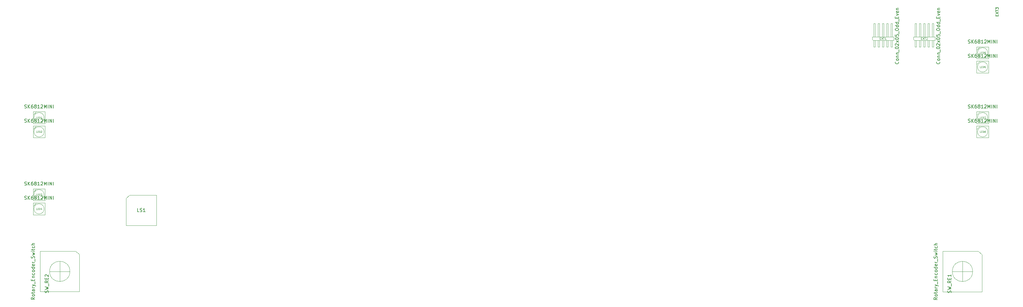
<source format=gbr>
G04 #@! TF.GenerationSoftware,KiCad,Pcbnew,(5.1.9-0-10_14)*
G04 #@! TF.CreationDate,2021-01-10T18:11:49+09:00*
G04 #@! TF.ProjectId,Jones,4a6f6e65-732e-46b6-9963-61645f706362,v.0.3.2*
G04 #@! TF.SameCoordinates,Original*
G04 #@! TF.FileFunction,Other,Fab,Top*
%FSLAX46Y46*%
G04 Gerber Fmt 4.6, Leading zero omitted, Abs format (unit mm)*
G04 Created by KiCad (PCBNEW (5.1.9-0-10_14)) date 2021-01-10 18:11:49*
%MOMM*%
%LPD*%
G01*
G04 APERTURE LIST*
%ADD10C,0.120000*%
%ADD11C,0.100000*%
%ADD12C,0.150000*%
%ADD13C,0.090000*%
G04 APERTURE END LIST*
D10*
X298493580Y-104965550D02*
X298493580Y-110965550D01*
X301493580Y-107965550D02*
X295493580Y-107965550D01*
X303193580Y-101965550D02*
X304293580Y-102965550D01*
X292693580Y-101965550D02*
X303193580Y-101965550D01*
X292693580Y-113965550D02*
X292693580Y-101965550D01*
X304293580Y-113965550D02*
X292693580Y-113965550D01*
X304293580Y-102965550D02*
X304293580Y-113965550D01*
X301493580Y-107965550D02*
G75*
G03*
X301493580Y-107965550I-3000000J0D01*
G01*
D11*
X51350000Y-86350040D02*
X52350000Y-85350040D01*
X60350000Y-94350040D02*
X51350000Y-94350040D01*
X60350000Y-85350040D02*
X60350000Y-94350040D01*
X52350000Y-85350040D02*
X60350000Y-85350040D01*
X51350000Y-94350040D02*
X51350000Y-86350040D01*
D10*
X34771347Y-107952828D02*
G75*
G03*
X34771347Y-107952828I-3000000J0D01*
G01*
X37571347Y-102952828D02*
X37571347Y-113952828D01*
X37571347Y-113952828D02*
X25971347Y-113952828D01*
X25971347Y-113952828D02*
X25971347Y-101952828D01*
X25971347Y-101952828D02*
X36471347Y-101952828D01*
X36471347Y-101952828D02*
X37571347Y-102952828D01*
X34771347Y-107952828D02*
X28771347Y-107952828D01*
X31771347Y-104952828D02*
X31771347Y-110952828D01*
D11*
X271815000Y-39330000D02*
X271815000Y-38580000D01*
X271815000Y-38580000D02*
X278165000Y-38580000D01*
X278165000Y-38580000D02*
X278165000Y-39580000D01*
X278165000Y-39580000D02*
X272065000Y-39580000D01*
X272065000Y-39580000D02*
X271815000Y-39330000D01*
X272250000Y-41550000D02*
X272250000Y-39580000D01*
X272250000Y-41550000D02*
X272650000Y-41550000D01*
X272650000Y-41550000D02*
X272650000Y-39580000D01*
X272250000Y-38580000D02*
X272250000Y-34580000D01*
X272250000Y-34580000D02*
X272650000Y-34580000D01*
X272650000Y-38580000D02*
X272650000Y-34580000D01*
X273520000Y-41550000D02*
X273520000Y-39580000D01*
X273520000Y-41550000D02*
X273920000Y-41550000D01*
X273920000Y-41550000D02*
X273920000Y-39580000D01*
X273520000Y-38580000D02*
X273520000Y-34580000D01*
X273520000Y-34580000D02*
X273920000Y-34580000D01*
X273920000Y-38580000D02*
X273920000Y-34580000D01*
X274790000Y-41550000D02*
X274790000Y-39580000D01*
X274790000Y-41550000D02*
X275190000Y-41550000D01*
X275190000Y-41550000D02*
X275190000Y-39580000D01*
X274790000Y-38580000D02*
X274790000Y-34580000D01*
X274790000Y-34580000D02*
X275190000Y-34580000D01*
X275190000Y-38580000D02*
X275190000Y-34580000D01*
X276060000Y-41550000D02*
X276060000Y-39580000D01*
X276060000Y-41550000D02*
X276460000Y-41550000D01*
X276460000Y-41550000D02*
X276460000Y-39580000D01*
X276060000Y-38580000D02*
X276060000Y-34580000D01*
X276060000Y-34580000D02*
X276460000Y-34580000D01*
X276460000Y-38580000D02*
X276460000Y-34580000D01*
X277330000Y-41550000D02*
X277330000Y-39580000D01*
X277330000Y-41550000D02*
X277730000Y-41550000D01*
X277730000Y-41550000D02*
X277730000Y-39580000D01*
X277330000Y-38580000D02*
X277330000Y-34580000D01*
X277330000Y-34580000D02*
X277730000Y-34580000D01*
X277730000Y-38580000D02*
X277730000Y-34580000D01*
X289930000Y-38580000D02*
X289930000Y-34580000D01*
X289530000Y-34580000D02*
X289930000Y-34580000D01*
X289530000Y-38580000D02*
X289530000Y-34580000D01*
X289930000Y-41550000D02*
X289930000Y-39580000D01*
X289530000Y-41550000D02*
X289930000Y-41550000D01*
X289530000Y-41550000D02*
X289530000Y-39580000D01*
X288660000Y-38580000D02*
X288660000Y-34580000D01*
X288260000Y-34580000D02*
X288660000Y-34580000D01*
X288260000Y-38580000D02*
X288260000Y-34580000D01*
X288660000Y-41550000D02*
X288660000Y-39580000D01*
X288260000Y-41550000D02*
X288660000Y-41550000D01*
X288260000Y-41550000D02*
X288260000Y-39580000D01*
X287390000Y-38580000D02*
X287390000Y-34580000D01*
X286990000Y-34580000D02*
X287390000Y-34580000D01*
X286990000Y-38580000D02*
X286990000Y-34580000D01*
X287390000Y-41550000D02*
X287390000Y-39580000D01*
X286990000Y-41550000D02*
X287390000Y-41550000D01*
X286990000Y-41550000D02*
X286990000Y-39580000D01*
X286120000Y-38580000D02*
X286120000Y-34580000D01*
X285720000Y-34580000D02*
X286120000Y-34580000D01*
X285720000Y-38580000D02*
X285720000Y-34580000D01*
X286120000Y-41550000D02*
X286120000Y-39580000D01*
X285720000Y-41550000D02*
X286120000Y-41550000D01*
X285720000Y-41550000D02*
X285720000Y-39580000D01*
X284850000Y-38580000D02*
X284850000Y-34580000D01*
X284450000Y-34580000D02*
X284850000Y-34580000D01*
X284450000Y-38580000D02*
X284450000Y-34580000D01*
X284850000Y-41550000D02*
X284850000Y-39580000D01*
X284450000Y-41550000D02*
X284850000Y-41550000D01*
X284450000Y-41550000D02*
X284450000Y-39580000D01*
X284265000Y-39580000D02*
X284015000Y-39330000D01*
X290365000Y-39580000D02*
X284265000Y-39580000D01*
X290365000Y-38580000D02*
X290365000Y-39580000D01*
X284015000Y-38580000D02*
X290365000Y-38580000D01*
X284015000Y-39330000D02*
X284015000Y-38580000D01*
X27150000Y-62450040D02*
G75*
G03*
X27150000Y-62450040I-1500000J0D01*
G01*
X23900000Y-64200040D02*
X27400000Y-64200040D01*
X23900000Y-60700040D02*
X23900000Y-64200040D01*
X27400000Y-60700040D02*
X23900000Y-60700040D01*
X27400000Y-64200040D02*
X27400000Y-60700040D01*
X23900000Y-61700040D02*
X24900000Y-60700040D01*
X23900000Y-65900040D02*
X24900000Y-64900040D01*
X27400000Y-68400040D02*
X27400000Y-64900040D01*
X27400000Y-64900040D02*
X23900000Y-64900040D01*
X23900000Y-64900040D02*
X23900000Y-68400040D01*
X23900000Y-68400040D02*
X27400000Y-68400040D01*
X27150000Y-66650040D02*
G75*
G03*
X27150000Y-66650040I-1500000J0D01*
G01*
X27150000Y-85250040D02*
G75*
G03*
X27150000Y-85250040I-1500000J0D01*
G01*
X23900000Y-87000040D02*
X27400000Y-87000040D01*
X23900000Y-83500040D02*
X23900000Y-87000040D01*
X27400000Y-83500040D02*
X23900000Y-83500040D01*
X27400000Y-87000040D02*
X27400000Y-83500040D01*
X23900000Y-84500040D02*
X24900000Y-83500040D01*
X23900000Y-88700040D02*
X24900000Y-87700040D01*
X27400000Y-91200040D02*
X27400000Y-87700040D01*
X27400000Y-87700040D02*
X23900000Y-87700040D01*
X23900000Y-87700040D02*
X23900000Y-91200040D01*
X23900000Y-91200040D02*
X27400000Y-91200040D01*
X27150000Y-89450040D02*
G75*
G03*
X27150000Y-89450040I-1500000J0D01*
G01*
X302700000Y-42500040D02*
X303700000Y-41500040D01*
X306200000Y-45000040D02*
X306200000Y-41500040D01*
X306200000Y-41500040D02*
X302700000Y-41500040D01*
X302700000Y-41500040D02*
X302700000Y-45000040D01*
X302700000Y-45000040D02*
X306200000Y-45000040D01*
X305950000Y-43250040D02*
G75*
G03*
X305950000Y-43250040I-1500000J0D01*
G01*
X305950000Y-47450040D02*
G75*
G03*
X305950000Y-47450040I-1500000J0D01*
G01*
X302700000Y-49200040D02*
X306200000Y-49200040D01*
X302700000Y-45700040D02*
X302700000Y-49200040D01*
X306200000Y-45700040D02*
X302700000Y-45700040D01*
X306200000Y-49200040D02*
X306200000Y-45700040D01*
X302700000Y-46700040D02*
X303700000Y-45700040D01*
X305950000Y-62450040D02*
G75*
G03*
X305950000Y-62450040I-1500000J0D01*
G01*
X302700000Y-64200040D02*
X306200000Y-64200040D01*
X302700000Y-60700040D02*
X302700000Y-64200040D01*
X306200000Y-60700040D02*
X302700000Y-60700040D01*
X306200000Y-64200040D02*
X306200000Y-60700040D01*
X302700000Y-61700040D02*
X303700000Y-60700040D01*
X302700000Y-65900040D02*
X303700000Y-64900040D01*
X306200000Y-68400040D02*
X306200000Y-64900040D01*
X306200000Y-64900040D02*
X302700000Y-64900040D01*
X302700000Y-64900040D02*
X302700000Y-68400040D01*
X302700000Y-68400040D02*
X306200000Y-68400040D01*
X305950000Y-66650040D02*
G75*
G03*
X305950000Y-66650040I-1500000J0D01*
G01*
D12*
X291045960Y-115679835D02*
X290569770Y-116013169D01*
X291045960Y-116251264D02*
X290045960Y-116251264D01*
X290045960Y-115870311D01*
X290093580Y-115775073D01*
X290141199Y-115727454D01*
X290236437Y-115679835D01*
X290379294Y-115679835D01*
X290474532Y-115727454D01*
X290522151Y-115775073D01*
X290569770Y-115870311D01*
X290569770Y-116251264D01*
X291045960Y-115108407D02*
X290998341Y-115203645D01*
X290950722Y-115251264D01*
X290855484Y-115298883D01*
X290569770Y-115298883D01*
X290474532Y-115251264D01*
X290426913Y-115203645D01*
X290379294Y-115108407D01*
X290379294Y-114965550D01*
X290426913Y-114870311D01*
X290474532Y-114822692D01*
X290569770Y-114775073D01*
X290855484Y-114775073D01*
X290950722Y-114822692D01*
X290998341Y-114870311D01*
X291045960Y-114965550D01*
X291045960Y-115108407D01*
X290379294Y-114489359D02*
X290379294Y-114108407D01*
X290045960Y-114346502D02*
X290903103Y-114346502D01*
X290998341Y-114298883D01*
X291045960Y-114203645D01*
X291045960Y-114108407D01*
X291045960Y-113346502D02*
X290522151Y-113346502D01*
X290426913Y-113394121D01*
X290379294Y-113489359D01*
X290379294Y-113679835D01*
X290426913Y-113775073D01*
X290998341Y-113346502D02*
X291045960Y-113441740D01*
X291045960Y-113679835D01*
X290998341Y-113775073D01*
X290903103Y-113822692D01*
X290807865Y-113822692D01*
X290712627Y-113775073D01*
X290665008Y-113679835D01*
X290665008Y-113441740D01*
X290617389Y-113346502D01*
X291045960Y-112870311D02*
X290379294Y-112870311D01*
X290569770Y-112870311D02*
X290474532Y-112822692D01*
X290426913Y-112775073D01*
X290379294Y-112679835D01*
X290379294Y-112584597D01*
X290379294Y-112346502D02*
X291045960Y-112108407D01*
X290379294Y-111870311D02*
X291045960Y-112108407D01*
X291284056Y-112203645D01*
X291331675Y-112251264D01*
X291379294Y-112346502D01*
X291141199Y-111727454D02*
X291141199Y-110965550D01*
X290522151Y-110727454D02*
X290522151Y-110394121D01*
X291045960Y-110251264D02*
X291045960Y-110727454D01*
X290045960Y-110727454D01*
X290045960Y-110251264D01*
X290379294Y-109822692D02*
X291045960Y-109822692D01*
X290474532Y-109822692D02*
X290426913Y-109775073D01*
X290379294Y-109679835D01*
X290379294Y-109536978D01*
X290426913Y-109441740D01*
X290522151Y-109394121D01*
X291045960Y-109394121D01*
X290998341Y-108489359D02*
X291045960Y-108584597D01*
X291045960Y-108775073D01*
X290998341Y-108870311D01*
X290950722Y-108917930D01*
X290855484Y-108965550D01*
X290569770Y-108965550D01*
X290474532Y-108917930D01*
X290426913Y-108870311D01*
X290379294Y-108775073D01*
X290379294Y-108584597D01*
X290426913Y-108489359D01*
X291045960Y-107917930D02*
X290998341Y-108013169D01*
X290950722Y-108060788D01*
X290855484Y-108108407D01*
X290569770Y-108108407D01*
X290474532Y-108060788D01*
X290426913Y-108013169D01*
X290379294Y-107917930D01*
X290379294Y-107775073D01*
X290426913Y-107679835D01*
X290474532Y-107632216D01*
X290569770Y-107584597D01*
X290855484Y-107584597D01*
X290950722Y-107632216D01*
X290998341Y-107679835D01*
X291045960Y-107775073D01*
X291045960Y-107917930D01*
X291045960Y-106727454D02*
X290045960Y-106727454D01*
X290998341Y-106727454D02*
X291045960Y-106822692D01*
X291045960Y-107013169D01*
X290998341Y-107108407D01*
X290950722Y-107156026D01*
X290855484Y-107203645D01*
X290569770Y-107203645D01*
X290474532Y-107156026D01*
X290426913Y-107108407D01*
X290379294Y-107013169D01*
X290379294Y-106822692D01*
X290426913Y-106727454D01*
X290998341Y-105870311D02*
X291045960Y-105965550D01*
X291045960Y-106156026D01*
X290998341Y-106251264D01*
X290903103Y-106298883D01*
X290522151Y-106298883D01*
X290426913Y-106251264D01*
X290379294Y-106156026D01*
X290379294Y-105965550D01*
X290426913Y-105870311D01*
X290522151Y-105822692D01*
X290617389Y-105822692D01*
X290712627Y-106298883D01*
X291045960Y-105394121D02*
X290379294Y-105394121D01*
X290569770Y-105394121D02*
X290474532Y-105346502D01*
X290426913Y-105298883D01*
X290379294Y-105203645D01*
X290379294Y-105108407D01*
X291141199Y-105013169D02*
X291141199Y-104251264D01*
X290998341Y-104060788D02*
X291045960Y-103917930D01*
X291045960Y-103679835D01*
X290998341Y-103584597D01*
X290950722Y-103536978D01*
X290855484Y-103489359D01*
X290760246Y-103489359D01*
X290665008Y-103536978D01*
X290617389Y-103584597D01*
X290569770Y-103679835D01*
X290522151Y-103870311D01*
X290474532Y-103965550D01*
X290426913Y-104013169D01*
X290331675Y-104060788D01*
X290236437Y-104060788D01*
X290141199Y-104013169D01*
X290093580Y-103965550D01*
X290045960Y-103870311D01*
X290045960Y-103632216D01*
X290093580Y-103489359D01*
X290379294Y-103156026D02*
X291045960Y-102965550D01*
X290569770Y-102775073D01*
X291045960Y-102584597D01*
X290379294Y-102394121D01*
X291045960Y-102013169D02*
X290379294Y-102013169D01*
X290045960Y-102013169D02*
X290093580Y-102060788D01*
X290141199Y-102013169D01*
X290093580Y-101965550D01*
X290045960Y-102013169D01*
X290141199Y-102013169D01*
X290379294Y-101679835D02*
X290379294Y-101298883D01*
X290045960Y-101536978D02*
X290903103Y-101536978D01*
X290998341Y-101489359D01*
X291045960Y-101394121D01*
X291045960Y-101298883D01*
X290998341Y-100536978D02*
X291045960Y-100632216D01*
X291045960Y-100822692D01*
X290998341Y-100917930D01*
X290950722Y-100965550D01*
X290855484Y-101013169D01*
X290569770Y-101013169D01*
X290474532Y-100965550D01*
X290426913Y-100917930D01*
X290379294Y-100822692D01*
X290379294Y-100632216D01*
X290426913Y-100536978D01*
X291045960Y-100108407D02*
X290045960Y-100108407D01*
X291045960Y-99679835D02*
X290522151Y-99679835D01*
X290426913Y-99727454D01*
X290379294Y-99822692D01*
X290379294Y-99965550D01*
X290426913Y-100060788D01*
X290474532Y-100108407D01*
X295098341Y-114232216D02*
X295145960Y-114089359D01*
X295145960Y-113851264D01*
X295098341Y-113756026D01*
X295050722Y-113708407D01*
X294955484Y-113660788D01*
X294860246Y-113660788D01*
X294765008Y-113708407D01*
X294717389Y-113756026D01*
X294669770Y-113851264D01*
X294622151Y-114041740D01*
X294574532Y-114136978D01*
X294526913Y-114184597D01*
X294431675Y-114232216D01*
X294336437Y-114232216D01*
X294241199Y-114184597D01*
X294193580Y-114136978D01*
X294145960Y-114041740D01*
X294145960Y-113803645D01*
X294193580Y-113660788D01*
X294145960Y-113327454D02*
X295145960Y-113089359D01*
X294431675Y-112898883D01*
X295145960Y-112708407D01*
X294145960Y-112470311D01*
X295241199Y-112327454D02*
X295241199Y-111565550D01*
X295145960Y-110756026D02*
X294669770Y-111089359D01*
X295145960Y-111327454D02*
X294145960Y-111327454D01*
X294145960Y-110946502D01*
X294193580Y-110851264D01*
X294241199Y-110803645D01*
X294336437Y-110756026D01*
X294479294Y-110756026D01*
X294574532Y-110803645D01*
X294622151Y-110851264D01*
X294669770Y-110946502D01*
X294669770Y-111327454D01*
X294622151Y-110327454D02*
X294622151Y-109994121D01*
X295145960Y-109851264D02*
X295145960Y-110327454D01*
X294145960Y-110327454D01*
X294145960Y-109851264D01*
X295145960Y-108898883D02*
X295145960Y-109470311D01*
X295145960Y-109184597D02*
X294145960Y-109184597D01*
X294288818Y-109279835D01*
X294384056Y-109375073D01*
X294431675Y-109470311D01*
X308691942Y-32407944D02*
X308691942Y-32137011D01*
X309117695Y-32020897D02*
X309117695Y-32407944D01*
X308304895Y-32407944D01*
X308304895Y-32020897D01*
X308304895Y-31749963D02*
X309117695Y-31208097D01*
X308304895Y-31208097D02*
X309117695Y-31749963D01*
X308304895Y-31014573D02*
X308304895Y-30550116D01*
X309117695Y-30782344D02*
X308304895Y-30782344D01*
X308304895Y-30356592D02*
X308304895Y-29853430D01*
X308614533Y-30124363D01*
X308614533Y-30008249D01*
X308653238Y-29930840D01*
X308691942Y-29892135D01*
X308769352Y-29853430D01*
X308962876Y-29853430D01*
X309040285Y-29892135D01*
X309078990Y-29930840D01*
X309117695Y-30008249D01*
X309117695Y-30240478D01*
X309078990Y-30317887D01*
X309040285Y-30356592D01*
X55207142Y-90302420D02*
X54730952Y-90302420D01*
X54730952Y-89302420D01*
X55492857Y-90254801D02*
X55635714Y-90302420D01*
X55873809Y-90302420D01*
X55969047Y-90254801D01*
X56016666Y-90207182D01*
X56064285Y-90111944D01*
X56064285Y-90016706D01*
X56016666Y-89921468D01*
X55969047Y-89873849D01*
X55873809Y-89826230D01*
X55683333Y-89778611D01*
X55588095Y-89730992D01*
X55540476Y-89683373D01*
X55492857Y-89588135D01*
X55492857Y-89492897D01*
X55540476Y-89397659D01*
X55588095Y-89350040D01*
X55683333Y-89302420D01*
X55921428Y-89302420D01*
X56064285Y-89350040D01*
X57016666Y-90302420D02*
X56445238Y-90302420D01*
X56730952Y-90302420D02*
X56730952Y-89302420D01*
X56635714Y-89445278D01*
X56540476Y-89540516D01*
X56445238Y-89588135D01*
X24323727Y-115667113D02*
X23847537Y-116000447D01*
X24323727Y-116238542D02*
X23323727Y-116238542D01*
X23323727Y-115857589D01*
X23371347Y-115762351D01*
X23418966Y-115714732D01*
X23514204Y-115667113D01*
X23657061Y-115667113D01*
X23752299Y-115714732D01*
X23799918Y-115762351D01*
X23847537Y-115857589D01*
X23847537Y-116238542D01*
X24323727Y-115095685D02*
X24276108Y-115190923D01*
X24228489Y-115238542D01*
X24133251Y-115286161D01*
X23847537Y-115286161D01*
X23752299Y-115238542D01*
X23704680Y-115190923D01*
X23657061Y-115095685D01*
X23657061Y-114952828D01*
X23704680Y-114857589D01*
X23752299Y-114809970D01*
X23847537Y-114762351D01*
X24133251Y-114762351D01*
X24228489Y-114809970D01*
X24276108Y-114857589D01*
X24323727Y-114952828D01*
X24323727Y-115095685D01*
X23657061Y-114476637D02*
X23657061Y-114095685D01*
X23323727Y-114333780D02*
X24180870Y-114333780D01*
X24276108Y-114286161D01*
X24323727Y-114190923D01*
X24323727Y-114095685D01*
X24323727Y-113333780D02*
X23799918Y-113333780D01*
X23704680Y-113381399D01*
X23657061Y-113476637D01*
X23657061Y-113667113D01*
X23704680Y-113762351D01*
X24276108Y-113333780D02*
X24323727Y-113429018D01*
X24323727Y-113667113D01*
X24276108Y-113762351D01*
X24180870Y-113809970D01*
X24085632Y-113809970D01*
X23990394Y-113762351D01*
X23942775Y-113667113D01*
X23942775Y-113429018D01*
X23895156Y-113333780D01*
X24323727Y-112857589D02*
X23657061Y-112857589D01*
X23847537Y-112857589D02*
X23752299Y-112809970D01*
X23704680Y-112762351D01*
X23657061Y-112667113D01*
X23657061Y-112571875D01*
X23657061Y-112333780D02*
X24323727Y-112095685D01*
X23657061Y-111857589D02*
X24323727Y-112095685D01*
X24561823Y-112190923D01*
X24609442Y-112238542D01*
X24657061Y-112333780D01*
X24418966Y-111714732D02*
X24418966Y-110952828D01*
X23799918Y-110714732D02*
X23799918Y-110381399D01*
X24323727Y-110238542D02*
X24323727Y-110714732D01*
X23323727Y-110714732D01*
X23323727Y-110238542D01*
X23657061Y-109809970D02*
X24323727Y-109809970D01*
X23752299Y-109809970D02*
X23704680Y-109762351D01*
X23657061Y-109667113D01*
X23657061Y-109524256D01*
X23704680Y-109429018D01*
X23799918Y-109381399D01*
X24323727Y-109381399D01*
X24276108Y-108476637D02*
X24323727Y-108571875D01*
X24323727Y-108762351D01*
X24276108Y-108857589D01*
X24228489Y-108905208D01*
X24133251Y-108952828D01*
X23847537Y-108952828D01*
X23752299Y-108905208D01*
X23704680Y-108857589D01*
X23657061Y-108762351D01*
X23657061Y-108571875D01*
X23704680Y-108476637D01*
X24323727Y-107905208D02*
X24276108Y-108000447D01*
X24228489Y-108048066D01*
X24133251Y-108095685D01*
X23847537Y-108095685D01*
X23752299Y-108048066D01*
X23704680Y-108000447D01*
X23657061Y-107905208D01*
X23657061Y-107762351D01*
X23704680Y-107667113D01*
X23752299Y-107619494D01*
X23847537Y-107571875D01*
X24133251Y-107571875D01*
X24228489Y-107619494D01*
X24276108Y-107667113D01*
X24323727Y-107762351D01*
X24323727Y-107905208D01*
X24323727Y-106714732D02*
X23323727Y-106714732D01*
X24276108Y-106714732D02*
X24323727Y-106809970D01*
X24323727Y-107000447D01*
X24276108Y-107095685D01*
X24228489Y-107143304D01*
X24133251Y-107190923D01*
X23847537Y-107190923D01*
X23752299Y-107143304D01*
X23704680Y-107095685D01*
X23657061Y-107000447D01*
X23657061Y-106809970D01*
X23704680Y-106714732D01*
X24276108Y-105857589D02*
X24323727Y-105952828D01*
X24323727Y-106143304D01*
X24276108Y-106238542D01*
X24180870Y-106286161D01*
X23799918Y-106286161D01*
X23704680Y-106238542D01*
X23657061Y-106143304D01*
X23657061Y-105952828D01*
X23704680Y-105857589D01*
X23799918Y-105809970D01*
X23895156Y-105809970D01*
X23990394Y-106286161D01*
X24323727Y-105381399D02*
X23657061Y-105381399D01*
X23847537Y-105381399D02*
X23752299Y-105333780D01*
X23704680Y-105286161D01*
X23657061Y-105190923D01*
X23657061Y-105095685D01*
X24418966Y-105000447D02*
X24418966Y-104238542D01*
X24276108Y-104048066D02*
X24323727Y-103905208D01*
X24323727Y-103667113D01*
X24276108Y-103571875D01*
X24228489Y-103524256D01*
X24133251Y-103476637D01*
X24038013Y-103476637D01*
X23942775Y-103524256D01*
X23895156Y-103571875D01*
X23847537Y-103667113D01*
X23799918Y-103857589D01*
X23752299Y-103952828D01*
X23704680Y-104000447D01*
X23609442Y-104048066D01*
X23514204Y-104048066D01*
X23418966Y-104000447D01*
X23371347Y-103952828D01*
X23323727Y-103857589D01*
X23323727Y-103619494D01*
X23371347Y-103476637D01*
X23657061Y-103143304D02*
X24323727Y-102952828D01*
X23847537Y-102762351D01*
X24323727Y-102571875D01*
X23657061Y-102381399D01*
X24323727Y-102000447D02*
X23657061Y-102000447D01*
X23323727Y-102000447D02*
X23371347Y-102048066D01*
X23418966Y-102000447D01*
X23371347Y-101952828D01*
X23323727Y-102000447D01*
X23418966Y-102000447D01*
X23657061Y-101667113D02*
X23657061Y-101286161D01*
X23323727Y-101524256D02*
X24180870Y-101524256D01*
X24276108Y-101476637D01*
X24323727Y-101381399D01*
X24323727Y-101286161D01*
X24276108Y-100524256D02*
X24323727Y-100619494D01*
X24323727Y-100809970D01*
X24276108Y-100905208D01*
X24228489Y-100952828D01*
X24133251Y-101000447D01*
X23847537Y-101000447D01*
X23752299Y-100952828D01*
X23704680Y-100905208D01*
X23657061Y-100809970D01*
X23657061Y-100619494D01*
X23704680Y-100524256D01*
X24323727Y-100095685D02*
X23323727Y-100095685D01*
X24323727Y-99667113D02*
X23799918Y-99667113D01*
X23704680Y-99714732D01*
X23657061Y-99809970D01*
X23657061Y-99952828D01*
X23704680Y-100048066D01*
X23752299Y-100095685D01*
X28376108Y-114219494D02*
X28423727Y-114076637D01*
X28423727Y-113838542D01*
X28376108Y-113743304D01*
X28328489Y-113695685D01*
X28233251Y-113648066D01*
X28138013Y-113648066D01*
X28042775Y-113695685D01*
X27995156Y-113743304D01*
X27947537Y-113838542D01*
X27899918Y-114029018D01*
X27852299Y-114124256D01*
X27804680Y-114171875D01*
X27709442Y-114219494D01*
X27614204Y-114219494D01*
X27518966Y-114171875D01*
X27471347Y-114124256D01*
X27423727Y-114029018D01*
X27423727Y-113790923D01*
X27471347Y-113648066D01*
X27423727Y-113314732D02*
X28423727Y-113076637D01*
X27709442Y-112886161D01*
X28423727Y-112695685D01*
X27423727Y-112457589D01*
X28518966Y-112314732D02*
X28518966Y-111552828D01*
X28423727Y-110743304D02*
X27947537Y-111076637D01*
X28423727Y-111314732D02*
X27423727Y-111314732D01*
X27423727Y-110933780D01*
X27471347Y-110838542D01*
X27518966Y-110790923D01*
X27614204Y-110743304D01*
X27757061Y-110743304D01*
X27852299Y-110790923D01*
X27899918Y-110838542D01*
X27947537Y-110933780D01*
X27947537Y-111314732D01*
X27899918Y-110314732D02*
X27899918Y-109981399D01*
X28423727Y-109838542D02*
X28423727Y-110314732D01*
X27423727Y-110314732D01*
X27423727Y-109838542D01*
X27518966Y-109457589D02*
X27471347Y-109409970D01*
X27423727Y-109314732D01*
X27423727Y-109076637D01*
X27471347Y-108981399D01*
X27518966Y-108933780D01*
X27614204Y-108886161D01*
X27709442Y-108886161D01*
X27852299Y-108933780D01*
X28423727Y-109505208D01*
X28423727Y-108886161D01*
X279522142Y-45925357D02*
X279569761Y-45972976D01*
X279617380Y-46115833D01*
X279617380Y-46211071D01*
X279569761Y-46353928D01*
X279474523Y-46449166D01*
X279379285Y-46496785D01*
X279188809Y-46544404D01*
X279045952Y-46544404D01*
X278855476Y-46496785D01*
X278760238Y-46449166D01*
X278665000Y-46353928D01*
X278617380Y-46211071D01*
X278617380Y-46115833D01*
X278665000Y-45972976D01*
X278712619Y-45925357D01*
X279617380Y-45353928D02*
X279569761Y-45449166D01*
X279522142Y-45496785D01*
X279426904Y-45544404D01*
X279141190Y-45544404D01*
X279045952Y-45496785D01*
X278998333Y-45449166D01*
X278950714Y-45353928D01*
X278950714Y-45211071D01*
X278998333Y-45115833D01*
X279045952Y-45068214D01*
X279141190Y-45020595D01*
X279426904Y-45020595D01*
X279522142Y-45068214D01*
X279569761Y-45115833D01*
X279617380Y-45211071D01*
X279617380Y-45353928D01*
X278950714Y-44592023D02*
X279617380Y-44592023D01*
X279045952Y-44592023D02*
X278998333Y-44544404D01*
X278950714Y-44449166D01*
X278950714Y-44306309D01*
X278998333Y-44211071D01*
X279093571Y-44163452D01*
X279617380Y-44163452D01*
X278950714Y-43687261D02*
X279617380Y-43687261D01*
X279045952Y-43687261D02*
X278998333Y-43639642D01*
X278950714Y-43544404D01*
X278950714Y-43401547D01*
X278998333Y-43306309D01*
X279093571Y-43258690D01*
X279617380Y-43258690D01*
X279712619Y-43020595D02*
X279712619Y-42258690D01*
X278617380Y-41830119D02*
X278617380Y-41734880D01*
X278665000Y-41639642D01*
X278712619Y-41592023D01*
X278807857Y-41544404D01*
X278998333Y-41496785D01*
X279236428Y-41496785D01*
X279426904Y-41544404D01*
X279522142Y-41592023D01*
X279569761Y-41639642D01*
X279617380Y-41734880D01*
X279617380Y-41830119D01*
X279569761Y-41925357D01*
X279522142Y-41972976D01*
X279426904Y-42020595D01*
X279236428Y-42068214D01*
X278998333Y-42068214D01*
X278807857Y-42020595D01*
X278712619Y-41972976D01*
X278665000Y-41925357D01*
X278617380Y-41830119D01*
X278712619Y-41115833D02*
X278665000Y-41068214D01*
X278617380Y-40972976D01*
X278617380Y-40734880D01*
X278665000Y-40639642D01*
X278712619Y-40592023D01*
X278807857Y-40544404D01*
X278903095Y-40544404D01*
X279045952Y-40592023D01*
X279617380Y-41163452D01*
X279617380Y-40544404D01*
X279617380Y-40211071D02*
X278950714Y-39687261D01*
X278950714Y-40211071D02*
X279617380Y-39687261D01*
X278617380Y-39115833D02*
X278617380Y-39020595D01*
X278665000Y-38925357D01*
X278712619Y-38877738D01*
X278807857Y-38830119D01*
X278998333Y-38782500D01*
X279236428Y-38782500D01*
X279426904Y-38830119D01*
X279522142Y-38877738D01*
X279569761Y-38925357D01*
X279617380Y-39020595D01*
X279617380Y-39115833D01*
X279569761Y-39211071D01*
X279522142Y-39258690D01*
X279426904Y-39306309D01*
X279236428Y-39353928D01*
X278998333Y-39353928D01*
X278807857Y-39306309D01*
X278712619Y-39258690D01*
X278665000Y-39211071D01*
X278617380Y-39115833D01*
X278617380Y-37877738D02*
X278617380Y-38353928D01*
X279093571Y-38401547D01*
X279045952Y-38353928D01*
X278998333Y-38258690D01*
X278998333Y-38020595D01*
X279045952Y-37925357D01*
X279093571Y-37877738D01*
X279188809Y-37830119D01*
X279426904Y-37830119D01*
X279522142Y-37877738D01*
X279569761Y-37925357D01*
X279617380Y-38020595D01*
X279617380Y-38258690D01*
X279569761Y-38353928D01*
X279522142Y-38401547D01*
X279712619Y-37639642D02*
X279712619Y-36877738D01*
X278617380Y-36449166D02*
X278617380Y-36258690D01*
X278665000Y-36163452D01*
X278760238Y-36068214D01*
X278950714Y-36020595D01*
X279284047Y-36020595D01*
X279474523Y-36068214D01*
X279569761Y-36163452D01*
X279617380Y-36258690D01*
X279617380Y-36449166D01*
X279569761Y-36544404D01*
X279474523Y-36639642D01*
X279284047Y-36687261D01*
X278950714Y-36687261D01*
X278760238Y-36639642D01*
X278665000Y-36544404D01*
X278617380Y-36449166D01*
X279617380Y-35163452D02*
X278617380Y-35163452D01*
X279569761Y-35163452D02*
X279617380Y-35258690D01*
X279617380Y-35449166D01*
X279569761Y-35544404D01*
X279522142Y-35592023D01*
X279426904Y-35639642D01*
X279141190Y-35639642D01*
X279045952Y-35592023D01*
X278998333Y-35544404D01*
X278950714Y-35449166D01*
X278950714Y-35258690D01*
X278998333Y-35163452D01*
X279617380Y-34258690D02*
X278617380Y-34258690D01*
X279569761Y-34258690D02*
X279617380Y-34353928D01*
X279617380Y-34544404D01*
X279569761Y-34639642D01*
X279522142Y-34687261D01*
X279426904Y-34734880D01*
X279141190Y-34734880D01*
X279045952Y-34687261D01*
X278998333Y-34639642D01*
X278950714Y-34544404D01*
X278950714Y-34353928D01*
X278998333Y-34258690D01*
X279712619Y-34020595D02*
X279712619Y-33258690D01*
X279093571Y-33020595D02*
X279093571Y-32687261D01*
X279617380Y-32544404D02*
X279617380Y-33020595D01*
X278617380Y-33020595D01*
X278617380Y-32544404D01*
X278950714Y-32211071D02*
X279617380Y-31972976D01*
X278950714Y-31734880D01*
X279569761Y-30972976D02*
X279617380Y-31068214D01*
X279617380Y-31258690D01*
X279569761Y-31353928D01*
X279474523Y-31401547D01*
X279093571Y-31401547D01*
X278998333Y-31353928D01*
X278950714Y-31258690D01*
X278950714Y-31068214D01*
X278998333Y-30972976D01*
X279093571Y-30925357D01*
X279188809Y-30925357D01*
X279284047Y-31401547D01*
X278950714Y-30496785D02*
X279617380Y-30496785D01*
X279045952Y-30496785D02*
X278998333Y-30449166D01*
X278950714Y-30353928D01*
X278950714Y-30211071D01*
X278998333Y-30115833D01*
X279093571Y-30068214D01*
X279617380Y-30068214D01*
D13*
X274061428Y-39037142D02*
X274261428Y-39037142D01*
X274347142Y-39351428D02*
X274061428Y-39351428D01*
X274061428Y-38751428D01*
X274347142Y-38751428D01*
X274547142Y-38751428D02*
X274947142Y-39351428D01*
X274947142Y-38751428D02*
X274547142Y-39351428D01*
X275090000Y-38751428D02*
X275432857Y-38751428D01*
X275261428Y-39351428D02*
X275261428Y-38751428D01*
X275947142Y-39351428D02*
X275604285Y-39351428D01*
X275775714Y-39351428D02*
X275775714Y-38751428D01*
X275718571Y-38837142D01*
X275661428Y-38894285D01*
X275604285Y-38922857D01*
D12*
X291722142Y-45925357D02*
X291769761Y-45972976D01*
X291817380Y-46115833D01*
X291817380Y-46211071D01*
X291769761Y-46353928D01*
X291674523Y-46449166D01*
X291579285Y-46496785D01*
X291388809Y-46544404D01*
X291245952Y-46544404D01*
X291055476Y-46496785D01*
X290960238Y-46449166D01*
X290865000Y-46353928D01*
X290817380Y-46211071D01*
X290817380Y-46115833D01*
X290865000Y-45972976D01*
X290912619Y-45925357D01*
X291817380Y-45353928D02*
X291769761Y-45449166D01*
X291722142Y-45496785D01*
X291626904Y-45544404D01*
X291341190Y-45544404D01*
X291245952Y-45496785D01*
X291198333Y-45449166D01*
X291150714Y-45353928D01*
X291150714Y-45211071D01*
X291198333Y-45115833D01*
X291245952Y-45068214D01*
X291341190Y-45020595D01*
X291626904Y-45020595D01*
X291722142Y-45068214D01*
X291769761Y-45115833D01*
X291817380Y-45211071D01*
X291817380Y-45353928D01*
X291150714Y-44592023D02*
X291817380Y-44592023D01*
X291245952Y-44592023D02*
X291198333Y-44544404D01*
X291150714Y-44449166D01*
X291150714Y-44306309D01*
X291198333Y-44211071D01*
X291293571Y-44163452D01*
X291817380Y-44163452D01*
X291150714Y-43687261D02*
X291817380Y-43687261D01*
X291245952Y-43687261D02*
X291198333Y-43639642D01*
X291150714Y-43544404D01*
X291150714Y-43401547D01*
X291198333Y-43306309D01*
X291293571Y-43258690D01*
X291817380Y-43258690D01*
X291912619Y-43020595D02*
X291912619Y-42258690D01*
X290817380Y-41830119D02*
X290817380Y-41734880D01*
X290865000Y-41639642D01*
X290912619Y-41592023D01*
X291007857Y-41544404D01*
X291198333Y-41496785D01*
X291436428Y-41496785D01*
X291626904Y-41544404D01*
X291722142Y-41592023D01*
X291769761Y-41639642D01*
X291817380Y-41734880D01*
X291817380Y-41830119D01*
X291769761Y-41925357D01*
X291722142Y-41972976D01*
X291626904Y-42020595D01*
X291436428Y-42068214D01*
X291198333Y-42068214D01*
X291007857Y-42020595D01*
X290912619Y-41972976D01*
X290865000Y-41925357D01*
X290817380Y-41830119D01*
X290912619Y-41115833D02*
X290865000Y-41068214D01*
X290817380Y-40972976D01*
X290817380Y-40734880D01*
X290865000Y-40639642D01*
X290912619Y-40592023D01*
X291007857Y-40544404D01*
X291103095Y-40544404D01*
X291245952Y-40592023D01*
X291817380Y-41163452D01*
X291817380Y-40544404D01*
X291817380Y-40211071D02*
X291150714Y-39687261D01*
X291150714Y-40211071D02*
X291817380Y-39687261D01*
X290817380Y-39115833D02*
X290817380Y-39020595D01*
X290865000Y-38925357D01*
X290912619Y-38877738D01*
X291007857Y-38830119D01*
X291198333Y-38782500D01*
X291436428Y-38782500D01*
X291626904Y-38830119D01*
X291722142Y-38877738D01*
X291769761Y-38925357D01*
X291817380Y-39020595D01*
X291817380Y-39115833D01*
X291769761Y-39211071D01*
X291722142Y-39258690D01*
X291626904Y-39306309D01*
X291436428Y-39353928D01*
X291198333Y-39353928D01*
X291007857Y-39306309D01*
X290912619Y-39258690D01*
X290865000Y-39211071D01*
X290817380Y-39115833D01*
X290817380Y-37877738D02*
X290817380Y-38353928D01*
X291293571Y-38401547D01*
X291245952Y-38353928D01*
X291198333Y-38258690D01*
X291198333Y-38020595D01*
X291245952Y-37925357D01*
X291293571Y-37877738D01*
X291388809Y-37830119D01*
X291626904Y-37830119D01*
X291722142Y-37877738D01*
X291769761Y-37925357D01*
X291817380Y-38020595D01*
X291817380Y-38258690D01*
X291769761Y-38353928D01*
X291722142Y-38401547D01*
X291912619Y-37639642D02*
X291912619Y-36877738D01*
X290817380Y-36449166D02*
X290817380Y-36258690D01*
X290865000Y-36163452D01*
X290960238Y-36068214D01*
X291150714Y-36020595D01*
X291484047Y-36020595D01*
X291674523Y-36068214D01*
X291769761Y-36163452D01*
X291817380Y-36258690D01*
X291817380Y-36449166D01*
X291769761Y-36544404D01*
X291674523Y-36639642D01*
X291484047Y-36687261D01*
X291150714Y-36687261D01*
X290960238Y-36639642D01*
X290865000Y-36544404D01*
X290817380Y-36449166D01*
X291817380Y-35163452D02*
X290817380Y-35163452D01*
X291769761Y-35163452D02*
X291817380Y-35258690D01*
X291817380Y-35449166D01*
X291769761Y-35544404D01*
X291722142Y-35592023D01*
X291626904Y-35639642D01*
X291341190Y-35639642D01*
X291245952Y-35592023D01*
X291198333Y-35544404D01*
X291150714Y-35449166D01*
X291150714Y-35258690D01*
X291198333Y-35163452D01*
X291817380Y-34258690D02*
X290817380Y-34258690D01*
X291769761Y-34258690D02*
X291817380Y-34353928D01*
X291817380Y-34544404D01*
X291769761Y-34639642D01*
X291722142Y-34687261D01*
X291626904Y-34734880D01*
X291341190Y-34734880D01*
X291245952Y-34687261D01*
X291198333Y-34639642D01*
X291150714Y-34544404D01*
X291150714Y-34353928D01*
X291198333Y-34258690D01*
X291912619Y-34020595D02*
X291912619Y-33258690D01*
X291293571Y-33020595D02*
X291293571Y-32687261D01*
X291817380Y-32544404D02*
X291817380Y-33020595D01*
X290817380Y-33020595D01*
X290817380Y-32544404D01*
X291150714Y-32211071D02*
X291817380Y-31972976D01*
X291150714Y-31734880D01*
X291769761Y-30972976D02*
X291817380Y-31068214D01*
X291817380Y-31258690D01*
X291769761Y-31353928D01*
X291674523Y-31401547D01*
X291293571Y-31401547D01*
X291198333Y-31353928D01*
X291150714Y-31258690D01*
X291150714Y-31068214D01*
X291198333Y-30972976D01*
X291293571Y-30925357D01*
X291388809Y-30925357D01*
X291484047Y-31401547D01*
X291150714Y-30496785D02*
X291817380Y-30496785D01*
X291245952Y-30496785D02*
X291198333Y-30449166D01*
X291150714Y-30353928D01*
X291150714Y-30211071D01*
X291198333Y-30115833D01*
X291293571Y-30068214D01*
X291817380Y-30068214D01*
D13*
X286261428Y-39037142D02*
X286461428Y-39037142D01*
X286547142Y-39351428D02*
X286261428Y-39351428D01*
X286261428Y-38751428D01*
X286547142Y-38751428D01*
X286747142Y-38751428D02*
X287147142Y-39351428D01*
X287147142Y-38751428D02*
X286747142Y-39351428D01*
X287290000Y-38751428D02*
X287632857Y-38751428D01*
X287461428Y-39351428D02*
X287461428Y-38751428D01*
X287804285Y-38808571D02*
X287832857Y-38780000D01*
X287890000Y-38751428D01*
X288032857Y-38751428D01*
X288090000Y-38780000D01*
X288118571Y-38808571D01*
X288147142Y-38865714D01*
X288147142Y-38922857D01*
X288118571Y-39008571D01*
X287775714Y-39351428D01*
X288147142Y-39351428D01*
D12*
X21388095Y-59604801D02*
X21530952Y-59652420D01*
X21769047Y-59652420D01*
X21864285Y-59604801D01*
X21911904Y-59557182D01*
X21959523Y-59461944D01*
X21959523Y-59366706D01*
X21911904Y-59271468D01*
X21864285Y-59223849D01*
X21769047Y-59176230D01*
X21578571Y-59128611D01*
X21483333Y-59080992D01*
X21435714Y-59033373D01*
X21388095Y-58938135D01*
X21388095Y-58842897D01*
X21435714Y-58747659D01*
X21483333Y-58700040D01*
X21578571Y-58652420D01*
X21816666Y-58652420D01*
X21959523Y-58700040D01*
X22388095Y-59652420D02*
X22388095Y-58652420D01*
X22959523Y-59652420D02*
X22530952Y-59080992D01*
X22959523Y-58652420D02*
X22388095Y-59223849D01*
X23816666Y-58652420D02*
X23626190Y-58652420D01*
X23530952Y-58700040D01*
X23483333Y-58747659D01*
X23388095Y-58890516D01*
X23340476Y-59080992D01*
X23340476Y-59461944D01*
X23388095Y-59557182D01*
X23435714Y-59604801D01*
X23530952Y-59652420D01*
X23721428Y-59652420D01*
X23816666Y-59604801D01*
X23864285Y-59557182D01*
X23911904Y-59461944D01*
X23911904Y-59223849D01*
X23864285Y-59128611D01*
X23816666Y-59080992D01*
X23721428Y-59033373D01*
X23530952Y-59033373D01*
X23435714Y-59080992D01*
X23388095Y-59128611D01*
X23340476Y-59223849D01*
X24483333Y-59080992D02*
X24388095Y-59033373D01*
X24340476Y-58985754D01*
X24292857Y-58890516D01*
X24292857Y-58842897D01*
X24340476Y-58747659D01*
X24388095Y-58700040D01*
X24483333Y-58652420D01*
X24673809Y-58652420D01*
X24769047Y-58700040D01*
X24816666Y-58747659D01*
X24864285Y-58842897D01*
X24864285Y-58890516D01*
X24816666Y-58985754D01*
X24769047Y-59033373D01*
X24673809Y-59080992D01*
X24483333Y-59080992D01*
X24388095Y-59128611D01*
X24340476Y-59176230D01*
X24292857Y-59271468D01*
X24292857Y-59461944D01*
X24340476Y-59557182D01*
X24388095Y-59604801D01*
X24483333Y-59652420D01*
X24673809Y-59652420D01*
X24769047Y-59604801D01*
X24816666Y-59557182D01*
X24864285Y-59461944D01*
X24864285Y-59271468D01*
X24816666Y-59176230D01*
X24769047Y-59128611D01*
X24673809Y-59080992D01*
X25816666Y-59652420D02*
X25245238Y-59652420D01*
X25530952Y-59652420D02*
X25530952Y-58652420D01*
X25435714Y-58795278D01*
X25340476Y-58890516D01*
X25245238Y-58938135D01*
X26197619Y-58747659D02*
X26245238Y-58700040D01*
X26340476Y-58652420D01*
X26578571Y-58652420D01*
X26673809Y-58700040D01*
X26721428Y-58747659D01*
X26769047Y-58842897D01*
X26769047Y-58938135D01*
X26721428Y-59080992D01*
X26150000Y-59652420D01*
X26769047Y-59652420D01*
X27197619Y-59652420D02*
X27197619Y-58652420D01*
X27530952Y-59366706D01*
X27864285Y-58652420D01*
X27864285Y-59652420D01*
X28340476Y-59652420D02*
X28340476Y-58652420D01*
X28816666Y-59652420D02*
X28816666Y-58652420D01*
X29388095Y-59652420D01*
X29388095Y-58652420D01*
X29864285Y-59652420D02*
X29864285Y-58652420D01*
D11*
X25090476Y-62676230D02*
X24852380Y-62676230D01*
X24852380Y-62176230D01*
X25257142Y-62414325D02*
X25423809Y-62414325D01*
X25495238Y-62676230D02*
X25257142Y-62676230D01*
X25257142Y-62176230D01*
X25495238Y-62176230D01*
X25709523Y-62676230D02*
X25709523Y-62176230D01*
X25828571Y-62176230D01*
X25900000Y-62200040D01*
X25947619Y-62247659D01*
X25971428Y-62295278D01*
X25995238Y-62390516D01*
X25995238Y-62461944D01*
X25971428Y-62557182D01*
X25947619Y-62604801D01*
X25900000Y-62652420D01*
X25828571Y-62676230D01*
X25709523Y-62676230D01*
X26471428Y-62676230D02*
X26185714Y-62676230D01*
X26328571Y-62676230D02*
X26328571Y-62176230D01*
X26280952Y-62247659D01*
X26233333Y-62295278D01*
X26185714Y-62319087D01*
D12*
X21388095Y-63804801D02*
X21530952Y-63852420D01*
X21769047Y-63852420D01*
X21864285Y-63804801D01*
X21911904Y-63757182D01*
X21959523Y-63661944D01*
X21959523Y-63566706D01*
X21911904Y-63471468D01*
X21864285Y-63423849D01*
X21769047Y-63376230D01*
X21578571Y-63328611D01*
X21483333Y-63280992D01*
X21435714Y-63233373D01*
X21388095Y-63138135D01*
X21388095Y-63042897D01*
X21435714Y-62947659D01*
X21483333Y-62900040D01*
X21578571Y-62852420D01*
X21816666Y-62852420D01*
X21959523Y-62900040D01*
X22388095Y-63852420D02*
X22388095Y-62852420D01*
X22959523Y-63852420D02*
X22530952Y-63280992D01*
X22959523Y-62852420D02*
X22388095Y-63423849D01*
X23816666Y-62852420D02*
X23626190Y-62852420D01*
X23530952Y-62900040D01*
X23483333Y-62947659D01*
X23388095Y-63090516D01*
X23340476Y-63280992D01*
X23340476Y-63661944D01*
X23388095Y-63757182D01*
X23435714Y-63804801D01*
X23530952Y-63852420D01*
X23721428Y-63852420D01*
X23816666Y-63804801D01*
X23864285Y-63757182D01*
X23911904Y-63661944D01*
X23911904Y-63423849D01*
X23864285Y-63328611D01*
X23816666Y-63280992D01*
X23721428Y-63233373D01*
X23530952Y-63233373D01*
X23435714Y-63280992D01*
X23388095Y-63328611D01*
X23340476Y-63423849D01*
X24483333Y-63280992D02*
X24388095Y-63233373D01*
X24340476Y-63185754D01*
X24292857Y-63090516D01*
X24292857Y-63042897D01*
X24340476Y-62947659D01*
X24388095Y-62900040D01*
X24483333Y-62852420D01*
X24673809Y-62852420D01*
X24769047Y-62900040D01*
X24816666Y-62947659D01*
X24864285Y-63042897D01*
X24864285Y-63090516D01*
X24816666Y-63185754D01*
X24769047Y-63233373D01*
X24673809Y-63280992D01*
X24483333Y-63280992D01*
X24388095Y-63328611D01*
X24340476Y-63376230D01*
X24292857Y-63471468D01*
X24292857Y-63661944D01*
X24340476Y-63757182D01*
X24388095Y-63804801D01*
X24483333Y-63852420D01*
X24673809Y-63852420D01*
X24769047Y-63804801D01*
X24816666Y-63757182D01*
X24864285Y-63661944D01*
X24864285Y-63471468D01*
X24816666Y-63376230D01*
X24769047Y-63328611D01*
X24673809Y-63280992D01*
X25816666Y-63852420D02*
X25245238Y-63852420D01*
X25530952Y-63852420D02*
X25530952Y-62852420D01*
X25435714Y-62995278D01*
X25340476Y-63090516D01*
X25245238Y-63138135D01*
X26197619Y-62947659D02*
X26245238Y-62900040D01*
X26340476Y-62852420D01*
X26578571Y-62852420D01*
X26673809Y-62900040D01*
X26721428Y-62947659D01*
X26769047Y-63042897D01*
X26769047Y-63138135D01*
X26721428Y-63280992D01*
X26150000Y-63852420D01*
X26769047Y-63852420D01*
X27197619Y-63852420D02*
X27197619Y-62852420D01*
X27530952Y-63566706D01*
X27864285Y-62852420D01*
X27864285Y-63852420D01*
X28340476Y-63852420D02*
X28340476Y-62852420D01*
X28816666Y-63852420D02*
X28816666Y-62852420D01*
X29388095Y-63852420D01*
X29388095Y-62852420D01*
X29864285Y-63852420D02*
X29864285Y-62852420D01*
D11*
X25090476Y-66876230D02*
X24852380Y-66876230D01*
X24852380Y-66376230D01*
X25257142Y-66614325D02*
X25423809Y-66614325D01*
X25495238Y-66876230D02*
X25257142Y-66876230D01*
X25257142Y-66376230D01*
X25495238Y-66376230D01*
X25709523Y-66876230D02*
X25709523Y-66376230D01*
X25828571Y-66376230D01*
X25900000Y-66400040D01*
X25947619Y-66447659D01*
X25971428Y-66495278D01*
X25995238Y-66590516D01*
X25995238Y-66661944D01*
X25971428Y-66757182D01*
X25947619Y-66804801D01*
X25900000Y-66852420D01*
X25828571Y-66876230D01*
X25709523Y-66876230D01*
X26185714Y-66423849D02*
X26209523Y-66400040D01*
X26257142Y-66376230D01*
X26376190Y-66376230D01*
X26423809Y-66400040D01*
X26447619Y-66423849D01*
X26471428Y-66471468D01*
X26471428Y-66519087D01*
X26447619Y-66590516D01*
X26161904Y-66876230D01*
X26471428Y-66876230D01*
D12*
X21388095Y-82404801D02*
X21530952Y-82452420D01*
X21769047Y-82452420D01*
X21864285Y-82404801D01*
X21911904Y-82357182D01*
X21959523Y-82261944D01*
X21959523Y-82166706D01*
X21911904Y-82071468D01*
X21864285Y-82023849D01*
X21769047Y-81976230D01*
X21578571Y-81928611D01*
X21483333Y-81880992D01*
X21435714Y-81833373D01*
X21388095Y-81738135D01*
X21388095Y-81642897D01*
X21435714Y-81547659D01*
X21483333Y-81500040D01*
X21578571Y-81452420D01*
X21816666Y-81452420D01*
X21959523Y-81500040D01*
X22388095Y-82452420D02*
X22388095Y-81452420D01*
X22959523Y-82452420D02*
X22530952Y-81880992D01*
X22959523Y-81452420D02*
X22388095Y-82023849D01*
X23816666Y-81452420D02*
X23626190Y-81452420D01*
X23530952Y-81500040D01*
X23483333Y-81547659D01*
X23388095Y-81690516D01*
X23340476Y-81880992D01*
X23340476Y-82261944D01*
X23388095Y-82357182D01*
X23435714Y-82404801D01*
X23530952Y-82452420D01*
X23721428Y-82452420D01*
X23816666Y-82404801D01*
X23864285Y-82357182D01*
X23911904Y-82261944D01*
X23911904Y-82023849D01*
X23864285Y-81928611D01*
X23816666Y-81880992D01*
X23721428Y-81833373D01*
X23530952Y-81833373D01*
X23435714Y-81880992D01*
X23388095Y-81928611D01*
X23340476Y-82023849D01*
X24483333Y-81880992D02*
X24388095Y-81833373D01*
X24340476Y-81785754D01*
X24292857Y-81690516D01*
X24292857Y-81642897D01*
X24340476Y-81547659D01*
X24388095Y-81500040D01*
X24483333Y-81452420D01*
X24673809Y-81452420D01*
X24769047Y-81500040D01*
X24816666Y-81547659D01*
X24864285Y-81642897D01*
X24864285Y-81690516D01*
X24816666Y-81785754D01*
X24769047Y-81833373D01*
X24673809Y-81880992D01*
X24483333Y-81880992D01*
X24388095Y-81928611D01*
X24340476Y-81976230D01*
X24292857Y-82071468D01*
X24292857Y-82261944D01*
X24340476Y-82357182D01*
X24388095Y-82404801D01*
X24483333Y-82452420D01*
X24673809Y-82452420D01*
X24769047Y-82404801D01*
X24816666Y-82357182D01*
X24864285Y-82261944D01*
X24864285Y-82071468D01*
X24816666Y-81976230D01*
X24769047Y-81928611D01*
X24673809Y-81880992D01*
X25816666Y-82452420D02*
X25245238Y-82452420D01*
X25530952Y-82452420D02*
X25530952Y-81452420D01*
X25435714Y-81595278D01*
X25340476Y-81690516D01*
X25245238Y-81738135D01*
X26197619Y-81547659D02*
X26245238Y-81500040D01*
X26340476Y-81452420D01*
X26578571Y-81452420D01*
X26673809Y-81500040D01*
X26721428Y-81547659D01*
X26769047Y-81642897D01*
X26769047Y-81738135D01*
X26721428Y-81880992D01*
X26150000Y-82452420D01*
X26769047Y-82452420D01*
X27197619Y-82452420D02*
X27197619Y-81452420D01*
X27530952Y-82166706D01*
X27864285Y-81452420D01*
X27864285Y-82452420D01*
X28340476Y-82452420D02*
X28340476Y-81452420D01*
X28816666Y-82452420D02*
X28816666Y-81452420D01*
X29388095Y-82452420D01*
X29388095Y-81452420D01*
X29864285Y-82452420D02*
X29864285Y-81452420D01*
D11*
X25090476Y-85476230D02*
X24852380Y-85476230D01*
X24852380Y-84976230D01*
X25257142Y-85214325D02*
X25423809Y-85214325D01*
X25495238Y-85476230D02*
X25257142Y-85476230D01*
X25257142Y-84976230D01*
X25495238Y-84976230D01*
X25709523Y-85476230D02*
X25709523Y-84976230D01*
X25828571Y-84976230D01*
X25900000Y-85000040D01*
X25947619Y-85047659D01*
X25971428Y-85095278D01*
X25995238Y-85190516D01*
X25995238Y-85261944D01*
X25971428Y-85357182D01*
X25947619Y-85404801D01*
X25900000Y-85452420D01*
X25828571Y-85476230D01*
X25709523Y-85476230D01*
X26161904Y-84976230D02*
X26471428Y-84976230D01*
X26304761Y-85166706D01*
X26376190Y-85166706D01*
X26423809Y-85190516D01*
X26447619Y-85214325D01*
X26471428Y-85261944D01*
X26471428Y-85380992D01*
X26447619Y-85428611D01*
X26423809Y-85452420D01*
X26376190Y-85476230D01*
X26233333Y-85476230D01*
X26185714Y-85452420D01*
X26161904Y-85428611D01*
D12*
X21388095Y-86604801D02*
X21530952Y-86652420D01*
X21769047Y-86652420D01*
X21864285Y-86604801D01*
X21911904Y-86557182D01*
X21959523Y-86461944D01*
X21959523Y-86366706D01*
X21911904Y-86271468D01*
X21864285Y-86223849D01*
X21769047Y-86176230D01*
X21578571Y-86128611D01*
X21483333Y-86080992D01*
X21435714Y-86033373D01*
X21388095Y-85938135D01*
X21388095Y-85842897D01*
X21435714Y-85747659D01*
X21483333Y-85700040D01*
X21578571Y-85652420D01*
X21816666Y-85652420D01*
X21959523Y-85700040D01*
X22388095Y-86652420D02*
X22388095Y-85652420D01*
X22959523Y-86652420D02*
X22530952Y-86080992D01*
X22959523Y-85652420D02*
X22388095Y-86223849D01*
X23816666Y-85652420D02*
X23626190Y-85652420D01*
X23530952Y-85700040D01*
X23483333Y-85747659D01*
X23388095Y-85890516D01*
X23340476Y-86080992D01*
X23340476Y-86461944D01*
X23388095Y-86557182D01*
X23435714Y-86604801D01*
X23530952Y-86652420D01*
X23721428Y-86652420D01*
X23816666Y-86604801D01*
X23864285Y-86557182D01*
X23911904Y-86461944D01*
X23911904Y-86223849D01*
X23864285Y-86128611D01*
X23816666Y-86080992D01*
X23721428Y-86033373D01*
X23530952Y-86033373D01*
X23435714Y-86080992D01*
X23388095Y-86128611D01*
X23340476Y-86223849D01*
X24483333Y-86080992D02*
X24388095Y-86033373D01*
X24340476Y-85985754D01*
X24292857Y-85890516D01*
X24292857Y-85842897D01*
X24340476Y-85747659D01*
X24388095Y-85700040D01*
X24483333Y-85652420D01*
X24673809Y-85652420D01*
X24769047Y-85700040D01*
X24816666Y-85747659D01*
X24864285Y-85842897D01*
X24864285Y-85890516D01*
X24816666Y-85985754D01*
X24769047Y-86033373D01*
X24673809Y-86080992D01*
X24483333Y-86080992D01*
X24388095Y-86128611D01*
X24340476Y-86176230D01*
X24292857Y-86271468D01*
X24292857Y-86461944D01*
X24340476Y-86557182D01*
X24388095Y-86604801D01*
X24483333Y-86652420D01*
X24673809Y-86652420D01*
X24769047Y-86604801D01*
X24816666Y-86557182D01*
X24864285Y-86461944D01*
X24864285Y-86271468D01*
X24816666Y-86176230D01*
X24769047Y-86128611D01*
X24673809Y-86080992D01*
X25816666Y-86652420D02*
X25245238Y-86652420D01*
X25530952Y-86652420D02*
X25530952Y-85652420D01*
X25435714Y-85795278D01*
X25340476Y-85890516D01*
X25245238Y-85938135D01*
X26197619Y-85747659D02*
X26245238Y-85700040D01*
X26340476Y-85652420D01*
X26578571Y-85652420D01*
X26673809Y-85700040D01*
X26721428Y-85747659D01*
X26769047Y-85842897D01*
X26769047Y-85938135D01*
X26721428Y-86080992D01*
X26150000Y-86652420D01*
X26769047Y-86652420D01*
X27197619Y-86652420D02*
X27197619Y-85652420D01*
X27530952Y-86366706D01*
X27864285Y-85652420D01*
X27864285Y-86652420D01*
X28340476Y-86652420D02*
X28340476Y-85652420D01*
X28816666Y-86652420D02*
X28816666Y-85652420D01*
X29388095Y-86652420D01*
X29388095Y-85652420D01*
X29864285Y-86652420D02*
X29864285Y-85652420D01*
D11*
X25090476Y-89676230D02*
X24852380Y-89676230D01*
X24852380Y-89176230D01*
X25257142Y-89414325D02*
X25423809Y-89414325D01*
X25495238Y-89676230D02*
X25257142Y-89676230D01*
X25257142Y-89176230D01*
X25495238Y-89176230D01*
X25709523Y-89676230D02*
X25709523Y-89176230D01*
X25828571Y-89176230D01*
X25900000Y-89200040D01*
X25947619Y-89247659D01*
X25971428Y-89295278D01*
X25995238Y-89390516D01*
X25995238Y-89461944D01*
X25971428Y-89557182D01*
X25947619Y-89604801D01*
X25900000Y-89652420D01*
X25828571Y-89676230D01*
X25709523Y-89676230D01*
X26423809Y-89342897D02*
X26423809Y-89676230D01*
X26304761Y-89152420D02*
X26185714Y-89509563D01*
X26495238Y-89509563D01*
D12*
X300188095Y-40404801D02*
X300330952Y-40452420D01*
X300569047Y-40452420D01*
X300664285Y-40404801D01*
X300711904Y-40357182D01*
X300759523Y-40261944D01*
X300759523Y-40166706D01*
X300711904Y-40071468D01*
X300664285Y-40023849D01*
X300569047Y-39976230D01*
X300378571Y-39928611D01*
X300283333Y-39880992D01*
X300235714Y-39833373D01*
X300188095Y-39738135D01*
X300188095Y-39642897D01*
X300235714Y-39547659D01*
X300283333Y-39500040D01*
X300378571Y-39452420D01*
X300616666Y-39452420D01*
X300759523Y-39500040D01*
X301188095Y-40452420D02*
X301188095Y-39452420D01*
X301759523Y-40452420D02*
X301330952Y-39880992D01*
X301759523Y-39452420D02*
X301188095Y-40023849D01*
X302616666Y-39452420D02*
X302426190Y-39452420D01*
X302330952Y-39500040D01*
X302283333Y-39547659D01*
X302188095Y-39690516D01*
X302140476Y-39880992D01*
X302140476Y-40261944D01*
X302188095Y-40357182D01*
X302235714Y-40404801D01*
X302330952Y-40452420D01*
X302521428Y-40452420D01*
X302616666Y-40404801D01*
X302664285Y-40357182D01*
X302711904Y-40261944D01*
X302711904Y-40023849D01*
X302664285Y-39928611D01*
X302616666Y-39880992D01*
X302521428Y-39833373D01*
X302330952Y-39833373D01*
X302235714Y-39880992D01*
X302188095Y-39928611D01*
X302140476Y-40023849D01*
X303283333Y-39880992D02*
X303188095Y-39833373D01*
X303140476Y-39785754D01*
X303092857Y-39690516D01*
X303092857Y-39642897D01*
X303140476Y-39547659D01*
X303188095Y-39500040D01*
X303283333Y-39452420D01*
X303473809Y-39452420D01*
X303569047Y-39500040D01*
X303616666Y-39547659D01*
X303664285Y-39642897D01*
X303664285Y-39690516D01*
X303616666Y-39785754D01*
X303569047Y-39833373D01*
X303473809Y-39880992D01*
X303283333Y-39880992D01*
X303188095Y-39928611D01*
X303140476Y-39976230D01*
X303092857Y-40071468D01*
X303092857Y-40261944D01*
X303140476Y-40357182D01*
X303188095Y-40404801D01*
X303283333Y-40452420D01*
X303473809Y-40452420D01*
X303569047Y-40404801D01*
X303616666Y-40357182D01*
X303664285Y-40261944D01*
X303664285Y-40071468D01*
X303616666Y-39976230D01*
X303569047Y-39928611D01*
X303473809Y-39880992D01*
X304616666Y-40452420D02*
X304045238Y-40452420D01*
X304330952Y-40452420D02*
X304330952Y-39452420D01*
X304235714Y-39595278D01*
X304140476Y-39690516D01*
X304045238Y-39738135D01*
X304997619Y-39547659D02*
X305045238Y-39500040D01*
X305140476Y-39452420D01*
X305378571Y-39452420D01*
X305473809Y-39500040D01*
X305521428Y-39547659D01*
X305569047Y-39642897D01*
X305569047Y-39738135D01*
X305521428Y-39880992D01*
X304950000Y-40452420D01*
X305569047Y-40452420D01*
X305997619Y-40452420D02*
X305997619Y-39452420D01*
X306330952Y-40166706D01*
X306664285Y-39452420D01*
X306664285Y-40452420D01*
X307140476Y-40452420D02*
X307140476Y-39452420D01*
X307616666Y-40452420D02*
X307616666Y-39452420D01*
X308188095Y-40452420D01*
X308188095Y-39452420D01*
X308664285Y-40452420D02*
X308664285Y-39452420D01*
D11*
X303890476Y-43476230D02*
X303652380Y-43476230D01*
X303652380Y-42976230D01*
X304057142Y-43214325D02*
X304223809Y-43214325D01*
X304295238Y-43476230D02*
X304057142Y-43476230D01*
X304057142Y-42976230D01*
X304295238Y-42976230D01*
X304509523Y-43476230D02*
X304509523Y-42976230D01*
X304628571Y-42976230D01*
X304700000Y-43000040D01*
X304747619Y-43047659D01*
X304771428Y-43095278D01*
X304795238Y-43190516D01*
X304795238Y-43261944D01*
X304771428Y-43357182D01*
X304747619Y-43404801D01*
X304700000Y-43452420D01*
X304628571Y-43476230D01*
X304509523Y-43476230D01*
X305247619Y-42976230D02*
X305009523Y-42976230D01*
X304985714Y-43214325D01*
X305009523Y-43190516D01*
X305057142Y-43166706D01*
X305176190Y-43166706D01*
X305223809Y-43190516D01*
X305247619Y-43214325D01*
X305271428Y-43261944D01*
X305271428Y-43380992D01*
X305247619Y-43428611D01*
X305223809Y-43452420D01*
X305176190Y-43476230D01*
X305057142Y-43476230D01*
X305009523Y-43452420D01*
X304985714Y-43428611D01*
D12*
X300188095Y-44604801D02*
X300330952Y-44652420D01*
X300569047Y-44652420D01*
X300664285Y-44604801D01*
X300711904Y-44557182D01*
X300759523Y-44461944D01*
X300759523Y-44366706D01*
X300711904Y-44271468D01*
X300664285Y-44223849D01*
X300569047Y-44176230D01*
X300378571Y-44128611D01*
X300283333Y-44080992D01*
X300235714Y-44033373D01*
X300188095Y-43938135D01*
X300188095Y-43842897D01*
X300235714Y-43747659D01*
X300283333Y-43700040D01*
X300378571Y-43652420D01*
X300616666Y-43652420D01*
X300759523Y-43700040D01*
X301188095Y-44652420D02*
X301188095Y-43652420D01*
X301759523Y-44652420D02*
X301330952Y-44080992D01*
X301759523Y-43652420D02*
X301188095Y-44223849D01*
X302616666Y-43652420D02*
X302426190Y-43652420D01*
X302330952Y-43700040D01*
X302283333Y-43747659D01*
X302188095Y-43890516D01*
X302140476Y-44080992D01*
X302140476Y-44461944D01*
X302188095Y-44557182D01*
X302235714Y-44604801D01*
X302330952Y-44652420D01*
X302521428Y-44652420D01*
X302616666Y-44604801D01*
X302664285Y-44557182D01*
X302711904Y-44461944D01*
X302711904Y-44223849D01*
X302664285Y-44128611D01*
X302616666Y-44080992D01*
X302521428Y-44033373D01*
X302330952Y-44033373D01*
X302235714Y-44080992D01*
X302188095Y-44128611D01*
X302140476Y-44223849D01*
X303283333Y-44080992D02*
X303188095Y-44033373D01*
X303140476Y-43985754D01*
X303092857Y-43890516D01*
X303092857Y-43842897D01*
X303140476Y-43747659D01*
X303188095Y-43700040D01*
X303283333Y-43652420D01*
X303473809Y-43652420D01*
X303569047Y-43700040D01*
X303616666Y-43747659D01*
X303664285Y-43842897D01*
X303664285Y-43890516D01*
X303616666Y-43985754D01*
X303569047Y-44033373D01*
X303473809Y-44080992D01*
X303283333Y-44080992D01*
X303188095Y-44128611D01*
X303140476Y-44176230D01*
X303092857Y-44271468D01*
X303092857Y-44461944D01*
X303140476Y-44557182D01*
X303188095Y-44604801D01*
X303283333Y-44652420D01*
X303473809Y-44652420D01*
X303569047Y-44604801D01*
X303616666Y-44557182D01*
X303664285Y-44461944D01*
X303664285Y-44271468D01*
X303616666Y-44176230D01*
X303569047Y-44128611D01*
X303473809Y-44080992D01*
X304616666Y-44652420D02*
X304045238Y-44652420D01*
X304330952Y-44652420D02*
X304330952Y-43652420D01*
X304235714Y-43795278D01*
X304140476Y-43890516D01*
X304045238Y-43938135D01*
X304997619Y-43747659D02*
X305045238Y-43700040D01*
X305140476Y-43652420D01*
X305378571Y-43652420D01*
X305473809Y-43700040D01*
X305521428Y-43747659D01*
X305569047Y-43842897D01*
X305569047Y-43938135D01*
X305521428Y-44080992D01*
X304950000Y-44652420D01*
X305569047Y-44652420D01*
X305997619Y-44652420D02*
X305997619Y-43652420D01*
X306330952Y-44366706D01*
X306664285Y-43652420D01*
X306664285Y-44652420D01*
X307140476Y-44652420D02*
X307140476Y-43652420D01*
X307616666Y-44652420D02*
X307616666Y-43652420D01*
X308188095Y-44652420D01*
X308188095Y-43652420D01*
X308664285Y-44652420D02*
X308664285Y-43652420D01*
D11*
X303890476Y-47676230D02*
X303652380Y-47676230D01*
X303652380Y-47176230D01*
X304057142Y-47414325D02*
X304223809Y-47414325D01*
X304295238Y-47676230D02*
X304057142Y-47676230D01*
X304057142Y-47176230D01*
X304295238Y-47176230D01*
X304509523Y-47676230D02*
X304509523Y-47176230D01*
X304628571Y-47176230D01*
X304700000Y-47200040D01*
X304747619Y-47247659D01*
X304771428Y-47295278D01*
X304795238Y-47390516D01*
X304795238Y-47461944D01*
X304771428Y-47557182D01*
X304747619Y-47604801D01*
X304700000Y-47652420D01*
X304628571Y-47676230D01*
X304509523Y-47676230D01*
X305223809Y-47176230D02*
X305128571Y-47176230D01*
X305080952Y-47200040D01*
X305057142Y-47223849D01*
X305009523Y-47295278D01*
X304985714Y-47390516D01*
X304985714Y-47580992D01*
X305009523Y-47628611D01*
X305033333Y-47652420D01*
X305080952Y-47676230D01*
X305176190Y-47676230D01*
X305223809Y-47652420D01*
X305247619Y-47628611D01*
X305271428Y-47580992D01*
X305271428Y-47461944D01*
X305247619Y-47414325D01*
X305223809Y-47390516D01*
X305176190Y-47366706D01*
X305080952Y-47366706D01*
X305033333Y-47390516D01*
X305009523Y-47414325D01*
X304985714Y-47461944D01*
D12*
X300188095Y-59604801D02*
X300330952Y-59652420D01*
X300569047Y-59652420D01*
X300664285Y-59604801D01*
X300711904Y-59557182D01*
X300759523Y-59461944D01*
X300759523Y-59366706D01*
X300711904Y-59271468D01*
X300664285Y-59223849D01*
X300569047Y-59176230D01*
X300378571Y-59128611D01*
X300283333Y-59080992D01*
X300235714Y-59033373D01*
X300188095Y-58938135D01*
X300188095Y-58842897D01*
X300235714Y-58747659D01*
X300283333Y-58700040D01*
X300378571Y-58652420D01*
X300616666Y-58652420D01*
X300759523Y-58700040D01*
X301188095Y-59652420D02*
X301188095Y-58652420D01*
X301759523Y-59652420D02*
X301330952Y-59080992D01*
X301759523Y-58652420D02*
X301188095Y-59223849D01*
X302616666Y-58652420D02*
X302426190Y-58652420D01*
X302330952Y-58700040D01*
X302283333Y-58747659D01*
X302188095Y-58890516D01*
X302140476Y-59080992D01*
X302140476Y-59461944D01*
X302188095Y-59557182D01*
X302235714Y-59604801D01*
X302330952Y-59652420D01*
X302521428Y-59652420D01*
X302616666Y-59604801D01*
X302664285Y-59557182D01*
X302711904Y-59461944D01*
X302711904Y-59223849D01*
X302664285Y-59128611D01*
X302616666Y-59080992D01*
X302521428Y-59033373D01*
X302330952Y-59033373D01*
X302235714Y-59080992D01*
X302188095Y-59128611D01*
X302140476Y-59223849D01*
X303283333Y-59080992D02*
X303188095Y-59033373D01*
X303140476Y-58985754D01*
X303092857Y-58890516D01*
X303092857Y-58842897D01*
X303140476Y-58747659D01*
X303188095Y-58700040D01*
X303283333Y-58652420D01*
X303473809Y-58652420D01*
X303569047Y-58700040D01*
X303616666Y-58747659D01*
X303664285Y-58842897D01*
X303664285Y-58890516D01*
X303616666Y-58985754D01*
X303569047Y-59033373D01*
X303473809Y-59080992D01*
X303283333Y-59080992D01*
X303188095Y-59128611D01*
X303140476Y-59176230D01*
X303092857Y-59271468D01*
X303092857Y-59461944D01*
X303140476Y-59557182D01*
X303188095Y-59604801D01*
X303283333Y-59652420D01*
X303473809Y-59652420D01*
X303569047Y-59604801D01*
X303616666Y-59557182D01*
X303664285Y-59461944D01*
X303664285Y-59271468D01*
X303616666Y-59176230D01*
X303569047Y-59128611D01*
X303473809Y-59080992D01*
X304616666Y-59652420D02*
X304045238Y-59652420D01*
X304330952Y-59652420D02*
X304330952Y-58652420D01*
X304235714Y-58795278D01*
X304140476Y-58890516D01*
X304045238Y-58938135D01*
X304997619Y-58747659D02*
X305045238Y-58700040D01*
X305140476Y-58652420D01*
X305378571Y-58652420D01*
X305473809Y-58700040D01*
X305521428Y-58747659D01*
X305569047Y-58842897D01*
X305569047Y-58938135D01*
X305521428Y-59080992D01*
X304950000Y-59652420D01*
X305569047Y-59652420D01*
X305997619Y-59652420D02*
X305997619Y-58652420D01*
X306330952Y-59366706D01*
X306664285Y-58652420D01*
X306664285Y-59652420D01*
X307140476Y-59652420D02*
X307140476Y-58652420D01*
X307616666Y-59652420D02*
X307616666Y-58652420D01*
X308188095Y-59652420D01*
X308188095Y-58652420D01*
X308664285Y-59652420D02*
X308664285Y-58652420D01*
D11*
X303890476Y-62676230D02*
X303652380Y-62676230D01*
X303652380Y-62176230D01*
X304057142Y-62414325D02*
X304223809Y-62414325D01*
X304295238Y-62676230D02*
X304057142Y-62676230D01*
X304057142Y-62176230D01*
X304295238Y-62176230D01*
X304509523Y-62676230D02*
X304509523Y-62176230D01*
X304628571Y-62176230D01*
X304700000Y-62200040D01*
X304747619Y-62247659D01*
X304771428Y-62295278D01*
X304795238Y-62390516D01*
X304795238Y-62461944D01*
X304771428Y-62557182D01*
X304747619Y-62604801D01*
X304700000Y-62652420D01*
X304628571Y-62676230D01*
X304509523Y-62676230D01*
X304961904Y-62176230D02*
X305295238Y-62176230D01*
X305080952Y-62676230D01*
D12*
X300188095Y-63804801D02*
X300330952Y-63852420D01*
X300569047Y-63852420D01*
X300664285Y-63804801D01*
X300711904Y-63757182D01*
X300759523Y-63661944D01*
X300759523Y-63566706D01*
X300711904Y-63471468D01*
X300664285Y-63423849D01*
X300569047Y-63376230D01*
X300378571Y-63328611D01*
X300283333Y-63280992D01*
X300235714Y-63233373D01*
X300188095Y-63138135D01*
X300188095Y-63042897D01*
X300235714Y-62947659D01*
X300283333Y-62900040D01*
X300378571Y-62852420D01*
X300616666Y-62852420D01*
X300759523Y-62900040D01*
X301188095Y-63852420D02*
X301188095Y-62852420D01*
X301759523Y-63852420D02*
X301330952Y-63280992D01*
X301759523Y-62852420D02*
X301188095Y-63423849D01*
X302616666Y-62852420D02*
X302426190Y-62852420D01*
X302330952Y-62900040D01*
X302283333Y-62947659D01*
X302188095Y-63090516D01*
X302140476Y-63280992D01*
X302140476Y-63661944D01*
X302188095Y-63757182D01*
X302235714Y-63804801D01*
X302330952Y-63852420D01*
X302521428Y-63852420D01*
X302616666Y-63804801D01*
X302664285Y-63757182D01*
X302711904Y-63661944D01*
X302711904Y-63423849D01*
X302664285Y-63328611D01*
X302616666Y-63280992D01*
X302521428Y-63233373D01*
X302330952Y-63233373D01*
X302235714Y-63280992D01*
X302188095Y-63328611D01*
X302140476Y-63423849D01*
X303283333Y-63280992D02*
X303188095Y-63233373D01*
X303140476Y-63185754D01*
X303092857Y-63090516D01*
X303092857Y-63042897D01*
X303140476Y-62947659D01*
X303188095Y-62900040D01*
X303283333Y-62852420D01*
X303473809Y-62852420D01*
X303569047Y-62900040D01*
X303616666Y-62947659D01*
X303664285Y-63042897D01*
X303664285Y-63090516D01*
X303616666Y-63185754D01*
X303569047Y-63233373D01*
X303473809Y-63280992D01*
X303283333Y-63280992D01*
X303188095Y-63328611D01*
X303140476Y-63376230D01*
X303092857Y-63471468D01*
X303092857Y-63661944D01*
X303140476Y-63757182D01*
X303188095Y-63804801D01*
X303283333Y-63852420D01*
X303473809Y-63852420D01*
X303569047Y-63804801D01*
X303616666Y-63757182D01*
X303664285Y-63661944D01*
X303664285Y-63471468D01*
X303616666Y-63376230D01*
X303569047Y-63328611D01*
X303473809Y-63280992D01*
X304616666Y-63852420D02*
X304045238Y-63852420D01*
X304330952Y-63852420D02*
X304330952Y-62852420D01*
X304235714Y-62995278D01*
X304140476Y-63090516D01*
X304045238Y-63138135D01*
X304997619Y-62947659D02*
X305045238Y-62900040D01*
X305140476Y-62852420D01*
X305378571Y-62852420D01*
X305473809Y-62900040D01*
X305521428Y-62947659D01*
X305569047Y-63042897D01*
X305569047Y-63138135D01*
X305521428Y-63280992D01*
X304950000Y-63852420D01*
X305569047Y-63852420D01*
X305997619Y-63852420D02*
X305997619Y-62852420D01*
X306330952Y-63566706D01*
X306664285Y-62852420D01*
X306664285Y-63852420D01*
X307140476Y-63852420D02*
X307140476Y-62852420D01*
X307616666Y-63852420D02*
X307616666Y-62852420D01*
X308188095Y-63852420D01*
X308188095Y-62852420D01*
X308664285Y-63852420D02*
X308664285Y-62852420D01*
D11*
X303890476Y-66876230D02*
X303652380Y-66876230D01*
X303652380Y-66376230D01*
X304057142Y-66614325D02*
X304223809Y-66614325D01*
X304295238Y-66876230D02*
X304057142Y-66876230D01*
X304057142Y-66376230D01*
X304295238Y-66376230D01*
X304509523Y-66876230D02*
X304509523Y-66376230D01*
X304628571Y-66376230D01*
X304700000Y-66400040D01*
X304747619Y-66447659D01*
X304771428Y-66495278D01*
X304795238Y-66590516D01*
X304795238Y-66661944D01*
X304771428Y-66757182D01*
X304747619Y-66804801D01*
X304700000Y-66852420D01*
X304628571Y-66876230D01*
X304509523Y-66876230D01*
X305080952Y-66590516D02*
X305033333Y-66566706D01*
X305009523Y-66542897D01*
X304985714Y-66495278D01*
X304985714Y-66471468D01*
X305009523Y-66423849D01*
X305033333Y-66400040D01*
X305080952Y-66376230D01*
X305176190Y-66376230D01*
X305223809Y-66400040D01*
X305247619Y-66423849D01*
X305271428Y-66471468D01*
X305271428Y-66495278D01*
X305247619Y-66542897D01*
X305223809Y-66566706D01*
X305176190Y-66590516D01*
X305080952Y-66590516D01*
X305033333Y-66614325D01*
X305009523Y-66638135D01*
X304985714Y-66685754D01*
X304985714Y-66780992D01*
X305009523Y-66828611D01*
X305033333Y-66852420D01*
X305080952Y-66876230D01*
X305176190Y-66876230D01*
X305223809Y-66852420D01*
X305247619Y-66828611D01*
X305271428Y-66780992D01*
X305271428Y-66685754D01*
X305247619Y-66638135D01*
X305223809Y-66614325D01*
X305176190Y-66590516D01*
M02*

</source>
